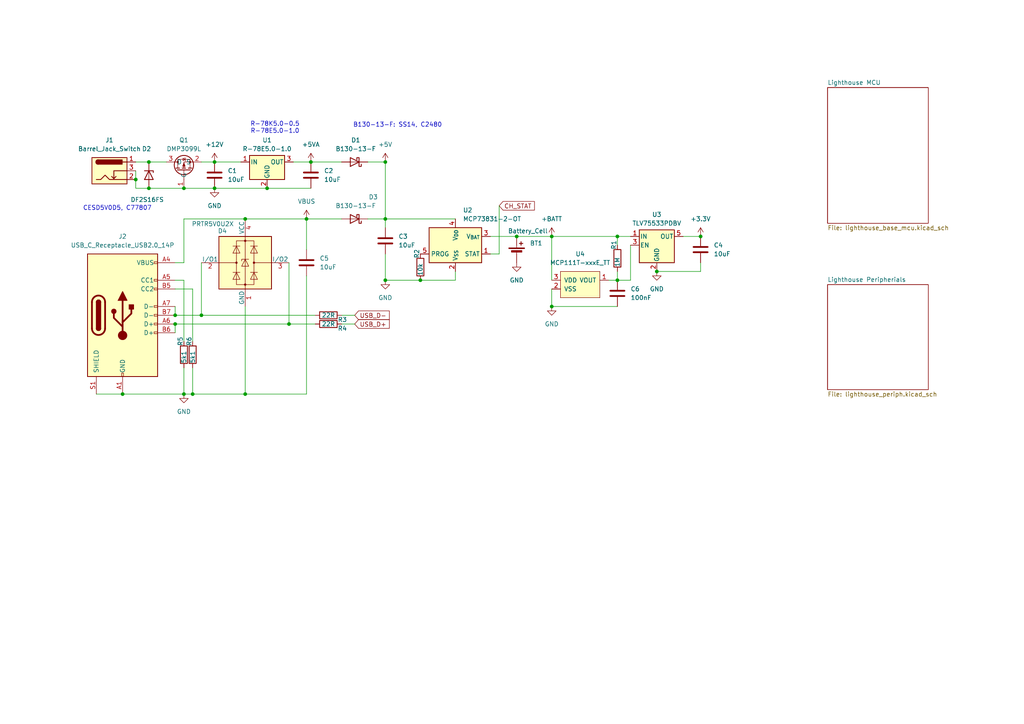
<source format=kicad_sch>
(kicad_sch (version 20250114) (generator "eeschema") (generator_version "9.0")
  (paper "A4")
  (title_block (title "Lighthouse Base") (date "2025-09-28") (rev "1") (comment 1 "MEgli"))
  (lib_symbols
    (symbol "Battery_Management:MCP73831-2-OT"
      (property "Reference" "U" (at -7.62 6.35 0))
      (property "Value" "MCP73831-2-OT" (at 1.27 6.35 0))
      (symbol "MCP73831-2-OT_0_1"
        (rectangle (start -7.62 5.08) (end 7.62 -5.08) (stroke (width 0.254)) (fill (type background)))
      )
      (symbol "MCP73831-2-OT_1_1"
        (pin input line (at -10.16 -2.54 0) (length 2.54) (name "PROG") (number "5"))
        (pin power_in line (at 0 7.62 270) (length 2.54) (name "V_{DD}") (number "4"))
        (pin power_in line (at 0 -7.62 90) (length 2.54) (name "V_{SS}") (number "2"))
        (pin power_out line (at 10.16 2.54 180) (length 2.54) (name "V_{BAT}") (number "3"))
        (pin tri_state line (at 10.16 -2.54 180) (length 2.54) (name "STAT") (number "1"))
      )
    )
    (symbol "Connector:Barrel_Jack_Switch" (pin_names (hide yes))
      (property "Reference" "J" (at 0 5.334 0))
      (property "Value" "Barrel_Jack_Switch" (at 0 -5.08 0))
      (symbol "Barrel_Jack_Switch_0_1"
        (rectangle (start -5.08 3.81) (end 5.08 -3.81) (stroke (width 0.254)) (fill (type background)))
        (polyline (pts (xy -3.81 -2.54) (xy -2.54 -2.54) (xy -1.27 -1.27) (xy 0 -2.54) (xy 2.54 -2.54) (xy 5.08 -2.54)) (stroke (width 0.254)))
        (arc (start -3.302 1.905) (mid -3.9343 2.54) (end -3.302 3.175) (stroke (width 0.254)))
        (arc (start -3.302 1.905) (mid -3.9343 2.54) (end -3.302 3.175) (stroke (width 0.254)) (fill (type outline)))
        (polyline (pts (xy 1.27 -2.286) (xy 1.905 -1.651)) (stroke (width 0.254)))
        (rectangle (start 3.683 3.175) (end -3.302 1.905) (stroke (width 0.254)) (fill (type outline)))
        (polyline (pts (xy 5.08 2.54) (xy 3.81 2.54)) (stroke (width 0.254)))
        (polyline (pts (xy 5.08 0) (xy 1.27 0) (xy 1.27 -2.286) (xy 0.635 -1.651)) (stroke (width 0.254)))
      )
      (symbol "Barrel_Jack_Switch_1_1"
        (pin passive line (at 7.62 2.54 180) (length 2.54) (name "~") (number "1"))
        (pin passive line (at 7.62 0 180) (length 2.54) (name "~") (number "3"))
        (pin passive line (at 7.62 -2.54 180) (length 2.54) (name "~") (number "2"))
      )
    )
    (symbol "Connector:USB_C_Receptacle_USB2.0_14P" (pin_names (offset 1.016))
      (property "Reference" "J" (at 0 22.225 0))
      (property "Value" "USB_C_Receptacle_USB2.0_14P" (at 0 19.685 0))
      (symbol "USB_C_Receptacle_USB2.0_14P_0_0"
        (rectangle (start -0.254 -17.78) (end 0.254 -16.764))
        (rectangle (start 10.16 15.494) (end 9.144 14.986))
        (rectangle (start 10.16 10.414) (end 9.144 9.906))
        (rectangle (start 10.16 7.874) (end 9.144 7.366))
        (rectangle (start 10.16 2.794) (end 9.144 2.286))
        (rectangle (start 10.16 0.254) (end 9.144 -0.254))
        (rectangle (start 10.16 -2.286) (end 9.144 -2.794))
        (rectangle (start 10.16 -4.826) (end 9.144 -5.334))
      )
      (symbol "USB_C_Receptacle_USB2.0_14P_0_1"
        (rectangle (start -10.16 17.78) (end 10.16 -17.78) (stroke (width 0.254)) (fill (type background)))
        (polyline (pts (xy -8.89 -3.81) (xy -8.89 3.81)) (stroke (width 0.508)))
        (rectangle (start -7.62 -3.81) (end -6.35 3.81) (stroke (width 0.254)) (fill (type outline)))
        (arc (start -7.62 3.81) (mid -6.985 4.4423) (end -6.35 3.81) (stroke (width 0.254)))
        (arc (start -7.62 3.81) (mid -6.985 4.4423) (end -6.35 3.81) (stroke (width 0.254)) (fill (type outline)))
        (arc (start -8.89 3.81) (mid -6.985 5.7067) (end -5.08 3.81) (stroke (width 0.508)))
        (arc (start -5.08 -3.81) (mid -6.985 -5.7067) (end -8.89 -3.81) (stroke (width 0.508)))
        (arc (start -6.35 -3.81) (mid -6.985 -4.4423) (end -7.62 -3.81) (stroke (width 0.254)))
        (arc (start -6.35 -3.81) (mid -6.985 -4.4423) (end -7.62 -3.81) (stroke (width 0.254)) (fill (type outline)))
        (polyline (pts (xy -5.08 3.81) (xy -5.08 -3.81)) (stroke (width 0.508)))
        (circle (center -2.54 1.143) (radius 0.635) (stroke (width 0.254)) (fill (type outline)))
        (polyline (pts (xy -1.27 4.318) (xy 0 6.858) (xy 1.27 4.318) (xy -1.27 4.318)) (stroke (width 0.254)) (fill (type outline)))
        (polyline (pts (xy 0 -2.032) (xy 2.54 0.508) (xy 2.54 1.778)) (stroke (width 0.508)))
        (polyline (pts (xy 0 -3.302) (xy -2.54 -0.762) (xy -2.54 0.508)) (stroke (width 0.508)))
        (polyline (pts (xy 0 -5.842) (xy 0 4.318)) (stroke (width 0.508)))
        (circle (center 0 -5.842) (radius 1.27) (fill (type outline)))
        (rectangle (start 1.905 1.778) (end 3.175 3.048) (stroke (width 0.254)) (fill (type outline)))
      )
      (symbol "USB_C_Receptacle_USB2.0_14P_1_1"
        (pin passive line (at -7.62 -22.86 90) (length 5.08) (name "SHIELD") (number "S1"))
        (pin passive line (at 0 -22.86 90) (length 5.08) (name "GND") (number "A1"))
        (pin passive line (at 0 -22.86 90) (length 5.08) (hide yes) (name "GND") (number "A12"))
        (pin passive line (at 0 -22.86 90) (length 5.08) (hide yes) (name "GND") (number "B1"))
        (pin passive line (at 0 -22.86 90) (length 5.08) (hide yes) (name "GND") (number "B12"))
        (pin passive line (at 15.24 15.24 180) (length 5.08) (name "VBUS") (number "A4"))
        (pin passive line (at 15.24 15.24 180) (length 5.08) (hide yes) (name "VBUS") (number "A9"))
        (pin passive line (at 15.24 15.24 180) (length 5.08) (hide yes) (name "VBUS") (number "B4"))
        (pin passive line (at 15.24 15.24 180) (length 5.08) (hide yes) (name "VBUS") (number "B9"))
        (pin bidirectional line (at 15.24 10.16 180) (length 5.08) (name "CC1") (number "A5"))
        (pin bidirectional line (at 15.24 7.62 180) (length 5.08) (name "CC2") (number "B5"))
        (pin bidirectional line (at 15.24 2.54 180) (length 5.08) (name "D-") (number "A7"))
        (pin bidirectional line (at 15.24 0 180) (length 5.08) (name "D-") (number "B7"))
        (pin bidirectional line (at 15.24 -2.54 180) (length 5.08) (name "D+") (number "A6"))
        (pin bidirectional line (at 15.24 -5.08 180) (length 5.08) (name "D+") (number "B6"))
      )
    )
    (symbol "Device:Battery_Cell" (pin_numbers (hide yes)) (pin_names (offset 0) (hide yes))
      (property "Reference" "BT" (at 2.54 2.54 0))
      (property "Value" "Battery_Cell" (at 2.54 0 0))
      (symbol "Battery_Cell_0_1"
        (rectangle (start -2.286 1.778) (end 2.286 1.524) (fill (type outline)))
        (rectangle (start -1.524 1.016) (end 1.524 0.508) (fill (type outline)))
        (polyline (pts (xy 0 1.778) (xy 0 2.54)))
        (polyline (pts (xy 0 0.762) (xy 0 0)))
        (polyline (pts (xy 0.762 3.048) (xy 1.778 3.048)) (stroke (width 0.254)))
        (polyline (pts (xy 1.27 3.556) (xy 1.27 2.54)) (stroke (width 0.254)))
      )
      (symbol "Battery_Cell_1_1"
        (pin passive line (at 0 5.08 270) (length 2.54) (name "+") (number "1"))
        (pin passive line (at 0 -2.54 90) (length 2.54) (name "-") (number "2"))
      )
    )
    (symbol "Device:C" (pin_numbers (hide yes)) (pin_names (offset 0.254))
      (property "Reference" "C" (at 0.635 2.54 0))
      (property "Value" "C" (at 0.635 -2.54 0))
      (symbol "C_0_1"
        (polyline (pts (xy -2.032 0.762) (xy 2.032 0.762)) (stroke (width 0.508)))
        (polyline (pts (xy -2.032 -0.762) (xy 2.032 -0.762)) (stroke (width 0.508)))
      )
      (symbol "C_1_1"
        (pin passive line (at 0 3.81 270) (length 2.794) (name "~") (number "1"))
        (pin passive line (at 0 -3.81 90) (length 2.794) (name "~") (number "2"))
      )
    )
    (symbol "Device:D_Schottky" (pin_numbers (hide yes)) (pin_names (offset 1.016) (hide yes))
      (property "Reference" "D" (at 0 2.54 0))
      (property "Value" "D_Schottky" (at 0 -2.54 0))
      (symbol "D_Schottky_0_1"
        (polyline (pts (xy -1.905 0.635) (xy -1.905 1.27) (xy -1.27 1.27) (xy -1.27 -1.27) (xy -0.635 -1.27) (xy -0.635 -0.635)) (stroke (width 0.254)))
        (polyline (pts (xy 1.27 1.27) (xy 1.27 -1.27) (xy -1.27 0) (xy 1.27 1.27)) (stroke (width 0.254)))
        (polyline (pts (xy 1.27 0) (xy -1.27 0)))
      )
      (symbol "D_Schottky_1_1"
        (pin passive line (at -3.81 0 0) (length 2.54) (name "K") (number "1"))
        (pin passive line (at 3.81 0 180) (length 2.54) (name "A") (number "2"))
      )
    )
    (symbol "Device:R" (pin_numbers (hide yes)) (pin_names (offset 0))
      (property "Reference" "R" (at 2.032 0 90))
      (property "Value" "R" (at 0 0 90))
      (symbol "R_0_1"
        (rectangle (start -1.016 -2.54) (end 1.016 2.54) (stroke (width 0.254)))
      )
      (symbol "R_1_1"
        (pin passive line (at 0 3.81 270) (length 1.27) (name "~") (number "1"))
        (pin passive line (at 0 -3.81 90) (length 1.27) (name "~") (number "2"))
      )
    )
    (symbol "Diode:ESD5Zxx" (pin_numbers (hide yes)) (pin_names (hide yes))
      (property "Reference" "D" (at 0 2.54 0))
      (property "Value" "ESD5Zxx" (at 0 -2.54 0))
      (symbol "ESD5Zxx_0_1"
        (polyline (pts (xy -1.27 -1.27) (xy -1.27 1.27) (xy -0.762 1.27)) (stroke (width 0.254)))
        (polyline (pts (xy 1.27 0) (xy -1.27 0)))
        (polyline (pts (xy 1.27 -1.27) (xy 1.27 1.27) (xy -1.27 0) (xy 1.27 -1.27)) (stroke (width 0.254)))
      )
      (symbol "ESD5Zxx_1_1"
        (pin passive line (at -3.81 0 0) (length 2.54) (name "K") (number "1"))
        (pin passive line (at 3.81 0 180) (length 2.54) (name "A") (number "2"))
      )
    )
    (symbol "MEgliParts:MCP111T-xxxE_TT" (pin_names (offset 1.016))
      (property "Reference" "U" (at 0 8.89 0))
      (property "Value" "MCP111T-xxxE_TT" (at 0 -1.27 0))
      (symbol "MCP111T-xxxE_TT_0_1"
        (rectangle (start -6.35 7.62) (end 5.08 0) (fill (type background)))
      )
      (symbol "MCP111T-xxxE_TT_1_1"
        (pin input line (at -8.89 5.08 0) (length 2.54) (name "VDD") (number "3"))
        (pin power_in line (at -8.89 2.54 0) (length 2.54) (name "VSS") (number "2"))
        (pin output line (at 7.62 5.08 180) (length 2.54) (name "VOUT") (number "1"))
      )
    )
    (symbol "Power_Protection:PRTR5V0U2X" (pin_names (offset 0))
      (property "Reference" "D" (at 2.794 8.636 0))
      (property "Value" "PRTR5V0U2X" (at 8.128 -9.398 0))
      (symbol "PRTR5V0U2X_0_1"
        (rectangle (start -7.62 -7.62) (end 7.62 7.62) (stroke (width 0.254)) (fill (type background)))
        (polyline (pts (xy -3.556 2.794) (xy -1.524 2.794) (xy -2.54 4.826) (xy -3.556 2.794)))
        (polyline (pts (xy -3.556 -4.826) (xy -1.524 -4.826) (xy -2.54 -2.794) (xy -3.556 -4.826)))
        (rectangle (start -2.54 6.35) (end 2.54 -6.35))
        (circle (center -2.54 0) (radius 0.254) (fill (type outline)))
        (polyline (pts (xy -2.54 0) (xy -7.62 0)))
        (polyline (pts (xy -1.524 4.826) (xy -3.556 4.826)))
        (polyline (pts (xy -1.524 -2.794) (xy -3.556 -2.794)))
        (polyline (pts (xy -1.016 -1.016) (xy 1.016 -1.016) (xy 0 1.016) (xy -1.016 -1.016)))
        (circle (center 0 6.35) (radius 0.254) (fill (type outline)))
        (circle (center 0 -6.35) (radius 0.254) (fill (type outline)))
        (polyline (pts (xy 0 -7.62) (xy 0 7.62)))
        (polyline (pts (xy 1.016 1.016) (xy -1.016 1.016) (xy -1.016 0.508)))
        (polyline (pts (xy 1.524 4.826) (xy 3.556 4.826)))
        (polyline (pts (xy 1.524 -2.794) (xy 3.556 -2.794)))
        (polyline (pts (xy 2.54 0) (xy 7.62 0)))
        (circle (center 2.54 0) (radius 0.254) (fill (type outline)))
        (polyline (pts (xy 3.556 2.794) (xy 1.524 2.794) (xy 2.54 4.826) (xy 3.556 2.794)))
        (polyline (pts (xy 3.556 -4.826) (xy 1.524 -4.826) (xy 2.54 -2.794) (xy 3.556 -4.826)))
      )
      (symbol "PRTR5V0U2X_1_1"
        (pin passive line (at -12.7 0 0) (length 5.08) (name "I/O1") (number "2"))
        (pin passive line (at 0 12.7 270) (length 5.08) (name "VCC") (number "4"))
        (pin passive line (at 0 -12.7 90) (length 5.08) (name "GND") (number "1"))
        (pin passive line (at 12.7 0 180) (length 5.08) (name "I/O2") (number "3"))
      )
    )
    (symbol "Regulator_Linear:TLV75533PDBV" (pin_names (offset 0.254))
      (property "Reference" "U" (at -3.81 5.715 0))
      (property "Value" "TLV75533PDBV" (at 0 5.715 0))
      (symbol "TLV75533PDBV_0_1"
        (rectangle (start -5.08 4.445) (end 5.08 -5.08) (stroke (width 0.254)) (fill (type background)))
      )
      (symbol "TLV75533PDBV_1_1"
        (pin power_in line (at -7.62 2.54 0) (length 2.54) (name "IN") (number "1"))
        (pin input line (at -7.62 0 0) (length 2.54) (name "EN") (number "3"))
        (pin power_in line (at 0 -7.62 90) (length 2.54) (name "GND") (number "2"))
        (pin no_connect line (at 5.08 0 180) (length 2.54) (hide yes) (name "NC") (number "4"))
        (pin power_out line (at 7.62 2.54 180) (length 2.54) (name "OUT") (number "5"))
      )
    )
    (symbol "Regulator_Switching:R-78E5.0-1.0" (pin_names (offset 0.254))
      (property "Reference" "U" (at -3.81 3.175 0))
      (property "Value" "R-78E5.0-1.0" (at 0 3.175 0))
      (symbol "R-78E5.0-1.0_0_1"
        (rectangle (start -5.08 1.905) (end 5.08 -5.08) (stroke (width 0.254)) (fill (type background)))
      )
      (symbol "R-78E5.0-1.0_1_1"
        (pin power_in line (at -7.62 0 0) (length 2.54) (name "IN") (number "1"))
        (pin power_in line (at 0 -7.62 90) (length 2.54) (name "GND") (number "2"))
        (pin power_out line (at 7.62 0 180) (length 2.54) (name "OUT") (number "3"))
      )
    )
    (symbol "lighthouse1:DMP3099L_PMOSFET"
      (property "Reference" "Q" (at 0 0 0))
      (property "Value" "DMP3099L" (at 0 0 0))
      (symbol "DMP3099L_PMOSFET_0_1"
        (polyline (pts (xy -2.286 1.905) (xy -2.286 -1.905)) (stroke (width 0.254)))
        (polyline (pts (xy -2.286 0) (xy -5.08 0)))
        (polyline (pts (xy -1.778 2.286) (xy -1.778 1.27)) (stroke (width 0.254)))
        (polyline (pts (xy -1.778 1.778) (xy 0.762 1.778) (xy 0.762 -1.778) (xy -1.778 -1.778)))
        (polyline (pts (xy -1.778 0.508) (xy -1.778 -0.508)) (stroke (width 0.254)))
        (polyline (pts (xy -1.778 -1.27) (xy -1.778 -2.286)) (stroke (width 0.254)))
        (circle (center -0.889 0) (radius 2.794) (stroke (width 0.254)))
        (polyline (pts (xy -0.254 0) (xy -1.27 0.381) (xy -1.27 -0.381) (xy -0.254 0)) (fill (type outline)))
        (polyline (pts (xy 0 2.54) (xy 0 1.778)))
        (circle (center 0 1.778) (radius 0.254) (fill (type outline)))
        (circle (center 0 -1.778) (radius 0.254) (fill (type outline)))
        (polyline (pts (xy 0 -2.54) (xy 0 0) (xy -1.778 0)))
        (polyline (pts (xy 0.254 -0.508) (xy 0.381 -0.381) (xy 1.143 -0.381) (xy 1.27 -0.254)))
        (polyline (pts (xy 0.762 -0.381) (xy 0.381 0.254) (xy 1.143 0.254) (xy 0.762 -0.381)))
      )
      (symbol "DMP3099L_PMOSFET_1_1"
        (pin input line (at -7.62 0 0) (length 2.54) (name "G") (number "1"))
        (pin passive line (at 0 5.08 270) (length 2.54) (name "D") (number "3"))
        (pin passive line (at 0 -5.08 90) (length 2.54) (name "S") (number "2"))
      )
    )
    (symbol "power:+12V" (power) (pin_numbers (hide yes)) (pin_names (offset 0) (hide yes))
      (property "Value" "+12V" (at 0 3.556 0))
      (symbol "+12V_0_1"
        (polyline (pts (xy -0.762 1.27) (xy 0 2.54)))
        (polyline (pts (xy 0 2.54) (xy 0.762 1.27)))
        (polyline (pts (xy 0 0) (xy 0 2.54)))
      )
      (symbol "+12V_1_1"
        (pin power_in line (at 0 0 90) (length 0) (name "~") (number "1"))
      )
    )
    (symbol "power:+3.3V" (power) (pin_numbers (hide yes)) (pin_names (offset 0) (hide yes))
      (property "Value" "+3.3V" (at 0 3.556 0))
      (symbol "+3.3V_0_1"
        (polyline (pts (xy -0.762 1.27) (xy 0 2.54)))
        (polyline (pts (xy 0 2.54) (xy 0.762 1.27)))
        (polyline (pts (xy 0 0) (xy 0 2.54)))
      )
      (symbol "+3.3V_1_1"
        (pin power_in line (at 0 0 90) (length 0) (name "~") (number "1"))
      )
    )
    (symbol "power:+5V" (power) (pin_numbers (hide yes)) (pin_names (offset 0) (hide yes))
      (property "Value" "+5V" (at 0 3.556 0))
      (symbol "+5V_0_1"
        (polyline (pts (xy -0.762 1.27) (xy 0 2.54)))
        (polyline (pts (xy 0 2.54) (xy 0.762 1.27)))
        (polyline (pts (xy 0 0) (xy 0 2.54)))
      )
      (symbol "+5V_1_1"
        (pin power_in line (at 0 0 90) (length 0) (name "~") (number "1"))
      )
    )
    (symbol "power:+5VA" (power) (pin_numbers (hide yes)) (pin_names (offset 0) (hide yes))
      (property "Value" "+5VA" (at 0 3.556 0))
      (symbol "+5VA_0_1"
        (polyline (pts (xy -0.762 1.27) (xy 0 2.54)))
        (polyline (pts (xy 0 2.54) (xy 0.762 1.27)))
        (polyline (pts (xy 0 0) (xy 0 2.54)))
      )
      (symbol "+5VA_1_1"
        (pin power_in line (at 0 0 90) (length 0) (name "~") (number "1"))
      )
    )
    (symbol "power:+BATT" (power) (pin_numbers (hide yes)) (pin_names (offset 0) (hide yes))
      (property "Value" "+BATT" (at 0 3.556 0))
      (symbol "+BATT_0_1"
        (polyline (pts (xy -0.762 1.27) (xy 0 2.54)))
        (polyline (pts (xy 0 2.54) (xy 0.762 1.27)))
        (polyline (pts (xy 0 0) (xy 0 2.54)))
      )
      (symbol "+BATT_1_1"
        (pin power_in line (at 0 0 90) (length 0) (name "~") (number "1"))
      )
    )
    (symbol "power:GND" (power) (pin_numbers (hide yes)) (pin_names (offset 0) (hide yes))
      (property "Value" "GND" (at 0 -3.81 0))
      (symbol "GND_0_1"
        (polyline (pts (xy 0 0) (xy 0 -1.27) (xy 1.27 -1.27) (xy 0 -2.54) (xy -1.27 -1.27) (xy 0 -1.27)))
      )
      (symbol "GND_1_1"
        (pin power_in line (at 0 0 270) (length 0) (name "~") (number "1"))
      )
    )
    (symbol "power:VBUS" (power) (pin_numbers (hide yes)) (pin_names (offset 0) (hide yes))
      (property "Value" "VBUS" (at 0 3.556 0))
      (symbol "VBUS_0_1"
        (polyline (pts (xy -0.762 1.27) (xy 0 2.54)))
        (polyline (pts (xy 0 2.54) (xy 0.762 1.27)))
        (polyline (pts (xy 0 0) (xy 0 2.54)))
      )
      (symbol "VBUS_1_1"
        (pin power_in line (at 0 0 90) (length 0) (name "~") (number "1"))
      )
    )
  )
  (text "B130-13-F: SS14, C2480" (at 115.316 36.322 0) (effects (font (size 1.27 1.27))))
  (text "R-78K5.0-0.5\nR-78E5.0-1.0" (at 79.756 37.084 0) (effects (font (size 1.27 1.27))))
  (text "CESD5V0D5, C77807" (at 34.036 60.452 0) (effects (font (size 1.27 1.27))))
  (junction (at 88.9 63.5))
  (junction (at 111.76 81.28))
  (junction (at 53.34 114.3))
  (junction (at 160.02 68.58))
  (junction (at 62.23 46.99))
  (junction (at 35.56 114.3))
  (junction (at 160.02 88.9))
  (junction (at 111.76 63.5))
  (junction (at 71.12 114.3))
  (junction (at 39.37 52.07))
  (junction (at 50.8 93.98))
  (junction (at 121.92 81.28))
  (junction (at 71.12 63.5))
  (junction (at 77.47 54.61))
  (junction (at 53.34 54.61))
  (junction (at 111.76 46.99))
  (junction (at 190.5 78.74))
  (junction (at 43.18 46.99))
  (junction (at 55.88 114.3))
  (junction (at 90.17 46.99))
  (junction (at 149.86 68.58))
  (junction (at 83.82 93.98))
  (junction (at 43.18 54.61))
  (junction (at 62.23 54.61))
  (junction (at 203.2 68.58))
  (junction (at 179.07 68.58))
  (junction (at 179.07 81.28))
  (junction (at 58.42 91.44))
  (junction (at 50.8 91.44))
  (wire (pts (xy 90.17 54.61) (xy 77.47 54.61)))
  (wire (pts (xy 179.07 68.58) (xy 182.88 68.58)))
  (wire (pts (xy 53.34 106.68) (xy 53.34 114.3)))
  (wire (pts (xy 71.12 114.3) (xy 55.88 114.3)))
  (wire (pts (xy 50.8 88.9) (xy 50.8 91.44)))
  (wire (pts (xy 179.07 81.28) (xy 176.53 81.28)))
  (wire (pts (xy 160.02 88.9) (xy 179.07 88.9)))
  (wire (pts (xy 88.9 80.01) (xy 88.9 114.3)))
  (wire (pts (xy 144.78 73.66) (xy 144.78 59.69)))
  (wire (pts (xy 35.56 114.3) (xy 53.34 114.3)))
  (wire (pts (xy 83.82 76.2) (xy 83.82 93.98)))
  (wire (pts (xy 50.8 91.44) (xy 58.42 91.44)))
  (wire (pts (xy 99.06 63.5) (xy 88.9 63.5)))
  (wire (pts (xy 179.07 68.58) (xy 179.07 71.12)))
  (wire (pts (xy 160.02 83.82) (xy 160.02 88.9)))
  (wire (pts (xy 99.06 46.99) (xy 90.17 46.99)))
  (wire (pts (xy 160.02 68.58) (xy 149.86 68.58)))
  (wire (pts (xy 53.34 114.3) (xy 55.88 114.3)))
  (wire (pts (xy 142.24 68.58) (xy 149.86 68.58)))
  (wire (pts (xy 50.8 93.98) (xy 83.82 93.98)))
  (wire (pts (xy 111.76 63.5) (xy 111.76 66.04)))
  (wire (pts (xy 111.76 81.28) (xy 121.92 81.28)))
  (wire (pts (xy 71.12 88.9) (xy 71.12 114.3)))
  (wire (pts (xy 99.06 93.98) (xy 102.87 93.98)))
  (wire (pts (xy 160.02 68.58) (xy 160.02 81.28)))
  (wire (pts (xy 55.88 114.3) (xy 55.88 106.68)))
  (wire (pts (xy 39.37 52.07) (xy 39.37 54.61)))
  (wire (pts (xy 203.2 78.74) (xy 203.2 76.2)))
  (wire (pts (xy 62.23 46.99) (xy 69.85 46.99)))
  (wire (pts (xy 43.18 54.61) (xy 39.37 54.61)))
  (wire (pts (xy 106.68 63.5) (xy 111.76 63.5)))
  (wire (pts (xy 111.76 63.5) (xy 132.08 63.5)))
  (wire (pts (xy 55.88 83.82) (xy 55.88 99.06)))
  (wire (pts (xy 53.34 54.61) (xy 62.23 54.61)))
  (wire (pts (xy 99.06 91.44) (xy 102.87 91.44)))
  (wire (pts (xy 58.42 76.2) (xy 58.42 91.44)))
  (wire (pts (xy 27.94 114.3) (xy 35.56 114.3)))
  (wire (pts (xy 132.08 81.28) (xy 132.08 78.74)))
  (wire (pts (xy 83.82 93.98) (xy 91.44 93.98)))
  (wire (pts (xy 190.5 78.74) (xy 203.2 78.74)))
  (wire (pts (xy 111.76 73.66) (xy 111.76 81.28)))
  (wire (pts (xy 50.8 81.28) (xy 53.34 81.28)))
  (wire (pts (xy 88.9 63.5) (xy 88.9 72.39)))
  (wire (pts (xy 111.76 46.99) (xy 111.76 63.5)))
  (wire (pts (xy 179.07 68.58) (xy 160.02 68.58)))
  (wire (pts (xy 58.42 46.99) (xy 62.23 46.99)))
  (wire (pts (xy 53.34 76.2) (xy 53.34 63.5)))
  (wire (pts (xy 121.92 81.28) (xy 132.08 81.28)))
  (wire (pts (xy 71.12 63.5) (xy 88.9 63.5)))
  (wire (pts (xy 58.42 91.44) (xy 91.44 91.44)))
  (wire (pts (xy 39.37 49.53) (xy 39.37 52.07)))
  (wire (pts (xy 53.34 81.28) (xy 53.34 99.06)))
  (wire (pts (xy 53.34 76.2) (xy 50.8 76.2)))
  (wire (pts (xy 144.78 73.66) (xy 142.24 73.66)))
  (wire (pts (xy 179.07 78.74) (xy 179.07 81.28)))
  (wire (pts (xy 43.18 54.61) (xy 53.34 54.61)))
  (wire (pts (xy 50.8 83.82) (xy 55.88 83.82)))
  (wire (pts (xy 50.8 93.98) (xy 50.8 96.52)))
  (wire (pts (xy 88.9 114.3) (xy 71.12 114.3)))
  (wire (pts (xy 203.2 68.58) (xy 198.12 68.58)))
  (wire (pts (xy 179.07 81.28) (xy 182.88 81.28)))
  (wire (pts (xy 90.17 46.99) (xy 85.09 46.99)))
  (wire (pts (xy 182.88 71.12) (xy 182.88 81.28)))
  (wire (pts (xy 106.68 46.99) (xy 111.76 46.99)))
  (wire (pts (xy 39.37 46.99) (xy 43.18 46.99)))
  (wire (pts (xy 62.23 54.61) (xy 77.47 54.61)))
  (wire (pts (xy 43.18 46.99) (xy 48.26 46.99)))
  (wire (pts (xy 53.34 63.5) (xy 71.12 63.5)))
  (global_label "USB_D-" (shape input) (at 102.87 91.44 0) (property "Intersheetrefs" "${INTERSHEET_REFS}" (effects (hide yes))))
  (global_label "CH_STAT" (shape input) (at 144.78 59.69 0) (property "Intersheetrefs" "${INTERSHEET_REFS}" (effects (hide yes))))
  (global_label "USB_D+" (shape input) (at 102.87 93.98 0) (property "Intersheetrefs" "${INTERSHEET_REFS}" (effects (hide yes))))
  (symbol (lib_id "Regulator_Linear:TLV75533PDBV") (at 190.5 71.12 0) (unit 1)
    (property "Reference" "U3" (at 190.5 62.23 0))
    (property "Value" "TLV75533PDBV" (at 190.5 64.77 0))
    (property "Footprint" "Package_TO_SOT_SMD:SOT-23-5" (effects (hide yes)))
    (property "Datasheet" "http://www.ti.com/lit/ds/symlink/tlv755p.pdf" (effects (hide yes)))
    (property "Description" "500mA Low Dropout Voltage Regulator, Fixed Output 3.3V, SOT-23-5" (effects (hide yes)))
  )
  (symbol (lib_id "Device:C") (at 111.76 69.85 0) (unit 1)
    (property "Reference" "C3" (at 115.57 68.5799 0) (effects (justify left)))
    (property "Value" "10uF" (at 115.57 71.1199 0) (effects (justify left)))
    (property "Footprint" "Capacitor_SMD:C_0805_2012Metric_Pad1.18x1.45mm_HandSolder" (effects (hide yes)))
    (property "Description" "Unpolarized capacitor" (effects (hide yes)))
  )
  (symbol (lib_id "power:GND") (at 190.5 78.74 0) (unit 1)
    (property "Reference" "#PWR08" (effects (hide yes)))
    (property "Value" "GND" (at 190.5 83.82 0))
    (property "Description" "Power symbol creates a global label with name \"GND\" , ground" (effects (hide yes)))
  )
  (symbol (lib_id "Device:C") (at 203.2 72.39 0) (unit 1)
    (property "Reference" "C4" (at 207.01 71.1199 0) (effects (justify left)))
    (property "Value" "10uF" (at 207.01 73.6599 0) (effects (justify left)))
    (property "Footprint" "Capacitor_SMD:C_0805_2012Metric_Pad1.18x1.45mm_HandSolder" (effects (hide yes)))
    (property "Description" "Unpolarized capacitor" (effects (hide yes)))
  )
  (symbol (lib_id "power:GND") (at 111.76 81.28 0) (unit 1)
    (property "Reference" "#PWR09" (effects (hide yes)))
    (property "Value" "GND" (at 111.76 86.36 0))
    (property "Description" "Power symbol creates a global label with name \"GND\" , ground" (effects (hide yes)))
  )
  (symbol (lib_id "Battery_Management:MCP73831-2-OT") (at 132.08 71.12 0) (unit 1)
    (property "Reference" "U2" (at 134.2741 60.96 0) (effects (justify left)))
    (property "Value" "MCP73831-2-OT" (at 134.2741 63.5 0) (effects (justify left)))
    (property "Footprint" "Package_TO_SOT_SMD:SOT-23-5" (effects (hide yes)))
    (property "Datasheet" "http://ww1.microchip.com/downloads/en/DeviceDoc/20001984g.pdf" (effects (hide yes)))
    (property "Description" "Single cell, Li-Ion/Li-Po charge management controller, 4.20V, Tri-State Status Output, in SOT23-5 package" (effects (hide yes)))
  )
  (symbol (lib_id "Device:R") (at 95.25 93.98 90) (unit 1)
    (property "Reference" "R4" (at 99.314 95.25 90))
    (property "Value" "22R" (at 95.25 93.98 90))
    (property "Footprint" "Resistor_SMD:R_0603_1608Metric_Pad0.98x0.95mm_HandSolder" (effects (hide yes)))
    (property "Description" "Resistor" (effects (hide yes)))
  )
  (symbol (lib_id "Power_Protection:PRTR5V0U2X") (at 71.12 76.2 0) (unit 1)
    (property "Reference" "D4" (at 64.516 66.9858 0))
    (property "Value" "PRTR5V0U2X" (at 61.722 64.9538 0))
    (property "Footprint" "Package_TO_SOT_SMD:SOT-143" (effects (hide yes)))
    (property "Datasheet" "https://assets.nexperia.com/documents/data-sheet/PRTR5V0U2X.pdf" (effects (hide yes)))
    (property "Description" "Ultra low capacitance double rail-to-rail ESD protection diode, SOT-143" (effects (hide yes)))
  )
  (symbol (lib_id "power:GND") (at 149.86 76.2 0) (unit 1)
    (property "Reference" "#PWR07" (effects (hide yes)))
    (property "Value" "GND" (at 149.86 81.28 0))
    (property "Description" "Power symbol creates a global label with name \"GND\" , ground" (effects (hide yes)))
  )
  (symbol (lib_id "Device:R") (at 179.07 74.93 0) (unit 1)
    (property "Reference" "R1" (at 178.054 72.3899 90) (effects (justify left)))
    (property "Value" "1M" (at 179.07 77.4699 90) (effects (justify left)))
    (property "Footprint" "Resistor_SMD:R_0603_1608Metric_Pad0.98x0.95mm_HandSolder" (effects (hide yes)))
    (property "Description" "Resistor" (effects (hide yes)))
  )
  (symbol (lib_id "power:+5VA") (at 90.17 46.99 0) (unit 1)
    (property "Reference" "#PWR039" (effects (hide yes)))
    (property "Value" "+5VA" (at 90.17 41.91 0))
    (property "Description" "Power symbol creates a global label with name \"+5VA\"" (effects (hide yes)))
  )
  (symbol (lib_id "Device:Battery_Cell") (at 149.86 73.66 0) (unit 1)
    (property "Reference" "BT1" (at 153.67 70.5484 0) (effects (justify left)))
    (property "Value" "Battery_Cell" (at 147.32 66.9924 0) (effects (justify left)))
    (property "Footprint" "Connector_PinHeader_2.54mm:PinHeader_1x02_P2.54mm_Vertical" (effects (hide yes)))
    (property "Description" "Single-cell battery" (effects (hide yes)))
  )
  (symbol (lib_id "power:VBUS") (at 88.9 63.5 0) (unit 1)
    (property "Reference" "#PWR04" (effects (hide yes)))
    (property "Value" "VBUS" (at 88.9 58.42 0))
    (property "Description" "Power symbol creates a global label with name \"VBUS\"" (effects (hide yes)))
  )
  (symbol (lib_id "Device:C") (at 88.9 76.2 0) (unit 1)
    (property "Reference" "C5" (at 92.71 74.9299 0) (effects (justify left)))
    (property "Value" "10uF" (at 92.71 77.4699 0) (effects (justify left)))
    (property "Footprint" "Capacitor_SMD:C_0805_2012Metric_Pad1.18x1.45mm_HandSolder" (effects (hide yes)))
    (property "Description" "Unpolarized capacitor" (effects (hide yes)))
  )
  (symbol (lib_id "Connector:USB_C_Receptacle_USB2.0_14P") (at 35.56 91.44 0) (unit 1)
    (property "Reference" "J2" (at 35.56 68.58 0))
    (property "Value" "USB_C_Receptacle_USB2.0_14P" (at 35.56 71.12 0))
    (property "Footprint" "Connector_USB:USB_C_Receptacle_GCT_USB4110" (effects (hide yes)))
    (property "Datasheet" "https://www.usb.org/sites/default/files/documents/usb_type-c.zip" (effects (hide yes)))
    (property "Description" "USB 2.0-only 14P Type-C Receptacle connector" (effects (hide yes)))
  )
  (symbol (lib_id "power:+3.3V") (at 203.2 68.58 0) (unit 1)
    (property "Reference" "#PWR06" (effects (hide yes)))
    (property "Value" "+3.3V" (at 203.2 63.5 0))
    (property "Description" "Power symbol creates a global label with name \"+3.3V\"" (effects (hide yes)))
  )
  (symbol (lib_id "Device:D_Schottky") (at 102.87 63.5 180) (unit 1)
    (property "Reference" "D3" (at 108.2675 57.15 0))
    (property "Value" "B130-13-F" (at 103.1875 59.69 0))
    (property "Footprint" "Diode_SMD:D_SMA_Handsoldering" (effects (hide yes)))
    (property "Description" "Schottky diode" (effects (hide yes)))
  )
  (symbol (lib_id "Diode:ESD5Zxx") (at 43.18 50.8 270) (unit 1)
    (property "Reference" "D2" (at 41.148 43.1799 90) (effects (justify left)))
    (property "Value" "DF2S16FS" (at 37.846 57.9119 90) (effects (justify left)))
    (property "Footprint" "Diode_SMD:D_SOD-523" (effects (hide yes)))
    (property "Datasheet" "https://www.onsemi.com/pdf/datasheet/esd5z2.5t1-d.pdf" (effects (hide yes)))
    (property "Description" "ESD Protection Diode, SOD-523" (effects (hide yes)))
  )
  (symbol (lib_id "power:GND") (at 160.02 88.9 0) (unit 1)
    (property "Reference" "#PWR010" (effects (hide yes)))
    (property "Value" "GND" (at 160.02 93.98 0))
    (property "Description" "Power symbol creates a global label with name \"GND\" , ground" (effects (hide yes)))
  )
  (symbol (lib_id "power:+5V") (at 111.76 46.99 0) (unit 1)
    (property "Reference" "#PWR02" (effects (hide yes)))
    (property "Value" "+5V" (at 111.76 41.91 0))
    (property "Description" "Power symbol creates a global label with name \"+5V\"" (effects (hide yes)))
  )
  (symbol (lib_id "MEgliParts:MCP111T-xxxE_TT") (at 168.91 86.36 0) (unit 1)
    (property "Reference" "U4" (at 168.275 73.66 0))
    (property "Value" "MCP111T-xxxE_TT" (at 168.275 76.2 0))
    (property "Footprint" "Package_TO_SOT_SMD:SOT-23-3" (effects (hide yes)))
  )
  (symbol (lib_id "Device:R") (at 121.92 77.47 0) (unit 1)
    (property "Reference" "R2" (at 120.904 74.9299 90) (effects (justify left)))
    (property "Value" "10k" (at 121.92 80.0099 90) (effects (justify left)))
    (property "Footprint" "Resistor_SMD:R_0603_1608Metric_Pad0.98x0.95mm_HandSolder" (effects (hide yes)))
    (property "Description" "Resistor" (effects (hide yes)))
  )
  (symbol (lib_id "power:GND") (at 53.34 114.3 0) (unit 1)
    (property "Reference" "#PWR011" (effects (hide yes)))
    (property "Value" "GND" (at 53.34 119.38 0))
    (property "Description" "Power symbol creates a global label with name \"GND\" , ground" (effects (hide yes)))
  )
  (symbol (lib_id "power:+BATT") (at 160.02 68.58 0) (unit 1)
    (property "Reference" "#PWR05" (effects (hide yes)))
    (property "Value" "+BATT" (at 160.02 63.5 0))
    (property "Description" "Power symbol creates a global label with name \"+BATT\"" (effects (hide yes)))
  )
  (symbol (lib_id "power:+12V") (at 62.23 46.99 0) (unit 1)
    (property "Reference" "#PWR01" (effects (hide yes)))
    (property "Value" "+12V" (at 62.23 41.91 0))
    (property "Description" "Power symbol creates a global label with name \"+12V\"" (effects (hide yes)))
  )
  (symbol (lib_id "Device:C") (at 179.07 85.09 0) (unit 1)
    (property "Reference" "C6" (at 182.88 83.8199 0) (effects (justify left)))
    (property "Value" "100nF" (at 182.88 86.3599 0) (effects (justify left)))
    (property "Footprint" "Capacitor_SMD:C_0603_1608Metric_Pad1.08x0.95mm_HandSolder" (effects (hide yes)))
    (property "Description" "Unpolarized capacitor" (effects (hide yes)))
  )
  (symbol (lib_id "lighthouse1:DMP3099L_PMOSFET") (at 53.34 46.99 90) (unit 1)
    (property "Reference" "Q1" (at 53.34 40.64 90))
    (property "Value" "DMP3099L" (at 53.34 43.18 90))
    (property "Footprint" "Package_TO_SOT_SMD:SOT-23-3" (effects (hide yes)))
  )
  (symbol (lib_id "power:GND") (at 62.23 54.61 0) (unit 1)
    (property "Reference" "#PWR03" (effects (hide yes)))
    (property "Value" "GND" (at 62.23 59.69 0))
    (property "Description" "Power symbol creates a global label with name \"GND\" , ground" (effects (hide yes)))
  )
  (symbol (lib_id "Device:D_Schottky") (at 102.87 46.99 180) (unit 1)
    (property "Reference" "D1" (at 103.1875 40.64 0))
    (property "Value" "B130-13-F" (at 103.1875 43.18 0))
    (property "Footprint" "Diode_SMD:D_SMA_Handsoldering" (effects (hide yes)))
    (property "Description" "Schottky diode" (effects (hide yes)))
  )
  (symbol (lib_id "Device:R") (at 55.88 102.87 0) (unit 1)
    (property "Reference" "R6" (at 54.864 100.3299 90) (effects (justify left)))
    (property "Value" "5k1" (at 55.88 105.4099 90) (effects (justify left)))
    (property "Footprint" "Resistor_SMD:R_0603_1608Metric_Pad0.98x0.95mm_HandSolder" (effects (hide yes)))
    (property "Description" "Resistor" (effects (hide yes)))
  )
  (symbol (lib_id "Connector:Barrel_Jack_Switch") (at 31.75 49.53 0) (unit 1)
    (property "Reference" "J1" (at 31.75 40.64 0))
    (property "Value" "Barrel_Jack_Switch" (at 31.75 43.18 0))
    (property "Footprint" "Connector_BarrelJack:BarrelJack_CUI_PJ-063AH_Horizontal" (effects (hide yes)))
    (property "Description" "DC Barrel Jack with an internal switch" (effects (hide yes)))
  )
  (symbol (lib_id "Device:C") (at 62.23 50.8 0) (unit 1)
    (property "Reference" "C1" (at 66.04 49.5299 0) (effects (justify left)))
    (property "Value" "10uF" (at 66.04 52.0699 0) (effects (justify left)))
    (property "Footprint" "Capacitor_SMD:C_0805_2012Metric_Pad1.18x1.45mm_HandSolder" (effects (hide yes)))
    (property "Description" "Unpolarized capacitor" (effects (hide yes)))
  )
  (symbol (lib_id "Regulator_Switching:R-78E5.0-1.0") (at 77.47 46.99 0) (unit 1)
    (property "Reference" "U1" (at 77.47 40.64 0))
    (property "Value" "R-78E5.0-1.0" (at 77.47 43.18 0))
    (property "Footprint" "Converter_DCDC:Converter_DCDC_RECOM_R-78E-0.5_THT" (effects (hide yes)))
    (property "Datasheet" "https://www.recom-power.com/pdf/Innoline/R-78Exx-1.0.pdf" (effects (hide yes)))
    (property "Description" "1A Step-Down DC/DC-Regulator, 7-28V input, 5V fixed Output Voltage, LM78xx replacement, -40°C to +85°C, SIP3" (effects (hide yes)))
  )
  (symbol (lib_id "Device:R") (at 95.25 91.44 90) (unit 1)
    (property "Reference" "R3" (at 99.314 92.71 90))
    (property "Value" "22R" (at 95.25 91.44 90))
    (property "Footprint" "Resistor_SMD:R_0603_1608Metric_Pad0.98x0.95mm_HandSolder" (effects (hide yes)))
    (property "Description" "Resistor" (effects (hide yes)))
  )
  (symbol (lib_id "Device:C") (at 90.17 50.8 0) (unit 1)
    (property "Reference" "C2" (at 93.98 49.5299 0) (effects (justify left)))
    (property "Value" "10uF" (at 93.98 52.0699 0) (effects (justify left)))
    (property "Footprint" "Capacitor_SMD:C_0805_2012Metric_Pad1.18x1.45mm_HandSolder" (effects (hide yes)))
    (property "Description" "Unpolarized capacitor" (effects (hide yes)))
  )
  (symbol (lib_id "Device:R") (at 53.34 102.87 0) (unit 1)
    (property "Reference" "R5" (at 52.324 100.3299 90) (effects (justify left)))
    (property "Value" "5k1" (at 53.34 105.4099 90) (effects (justify left)))
    (property "Footprint" "Resistor_SMD:R_0603_1608Metric_Pad0.98x0.95mm_HandSolder" (effects (hide yes)))
    (property "Description" "Resistor" (effects (hide yes)))
  )
  (sheet (at 240.03 82.55) (size 29.21 30.48) (stroke (width 0.1524))
    (property "Sheetname" "Lighthouse Peripherials" (at 240.03 81.8384 0) (effects (justify left bottom)))
    (property "Sheetfile" "lighthouse_periph.kicad_sch" (at 240.03 113.6146 0) (effects (justify left top)))
  )
  (sheet (at 240.03 25.4) (size 29.21 39.37) (stroke (width 0.1524))
    (property "Sheetname" "Lighthouse MCU" (at 240.03 24.6884 0) (effects (justify left bottom)))
    (property "Sheetfile" "lighthouse_base_mcu.kicad_sch" (at 240.03 65.3546 0) (effects (justify left top)))
  )
)
</source>
